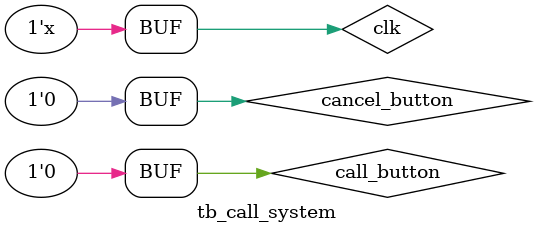
<source format=v>
`timescale 1ns / 1ps

module tb_call_system;

    reg clk;
    reg call_button;
    reg cancel_button;
    
    wire light_state;
    
//    call_system_behavioral ul (
    call_system_dataflow ul (
        .clk(clk),
        .call_button(call_button),
        .cancel_button(cancel_button),
        .light_state(light_state)
    );
        
    initial
    begin
    
    clk = 0;
    call_button = 0;
    cancel_button = 0;
    
    #10;
    
    call_button = 1;
    cancel_button = 0;

    #10;
    
    call_button = 0;
    cancel_button = 1;

    #10;
    
    call_button = 1;
    cancel_button = 1;
    
    #10;
    
    call_button = 0;
    cancel_button = 0;
    
    #10;
    
    cancel_button = 1;
    
    #20;
    
    cancel_button = 1;
    
    #20;
    
    cancel_button = 0;

    #20;
    
    call_button = 0;
    cancel_button = 1;
    
    #20;
    
    call_button = 0;
    cancel_button = 0;
    
    end
    
    always
    #5 clk = ~clk;
    
endmodule

</source>
